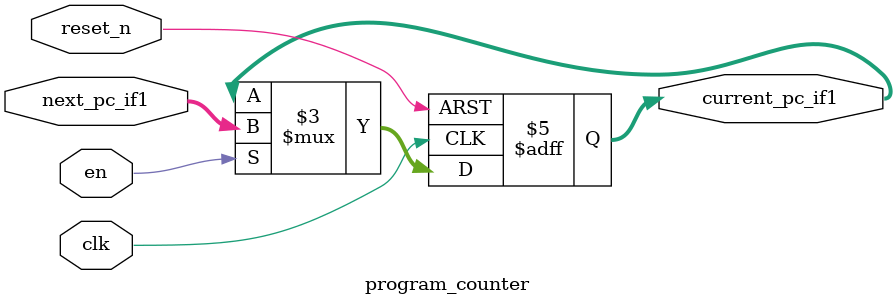
<source format=sv>
module program_counter #(
    parameter MAX_LIMIT = 800 // ignored in the current implementation
)(
    input logic clk, 
    input logic reset_n, 
    input logic en,
    input logic [31:0] next_pc_if1, 
    output logic [31:0] current_pc_if1
);

    always_ff @(posedge clk, negedge reset_n) 
    begin 
        if(~reset_n)
            current_pc_if1 <= 32'h80000000; // base address of boot rom
        else if (en)
            current_pc_if1 <=  next_pc_if1;
    end
    
endmodule

</source>
